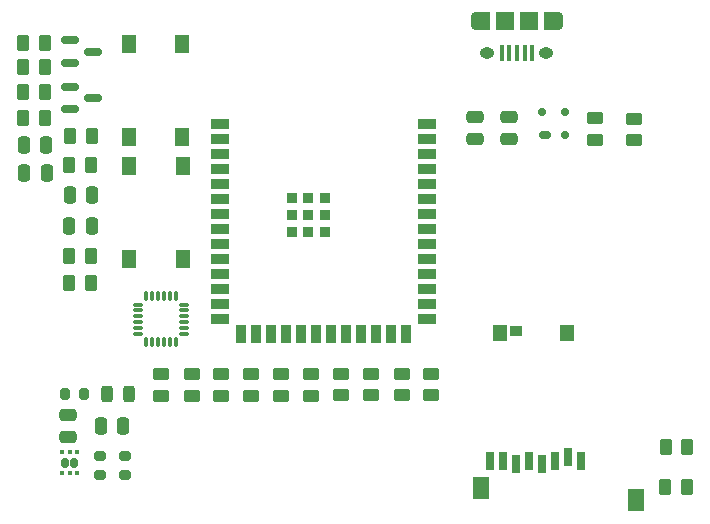
<source format=gtp>
G04 #@! TF.GenerationSoftware,KiCad,Pcbnew,8.0.0*
G04 #@! TF.CreationDate,2024-04-09T16:33:37-05:00*
G04 #@! TF.ProjectId,esp32_example,65737033-325f-4657-9861-6d706c652e6b,rev?*
G04 #@! TF.SameCoordinates,Original*
G04 #@! TF.FileFunction,Paste,Top*
G04 #@! TF.FilePolarity,Positive*
%FSLAX46Y46*%
G04 Gerber Fmt 4.6, Leading zero omitted, Abs format (unit mm)*
G04 Created by KiCad (PCBNEW 8.0.0) date 2024-04-09 16:33:37*
%MOMM*%
%LPD*%
G01*
G04 APERTURE LIST*
G04 Aperture macros list*
%AMRoundRect*
0 Rectangle with rounded corners*
0 $1 Rounding radius*
0 $2 $3 $4 $5 $6 $7 $8 $9 X,Y pos of 4 corners*
0 Add a 4 corners polygon primitive as box body*
4,1,4,$2,$3,$4,$5,$6,$7,$8,$9,$2,$3,0*
0 Add four circle primitives for the rounded corners*
1,1,$1+$1,$2,$3*
1,1,$1+$1,$4,$5*
1,1,$1+$1,$6,$7*
1,1,$1+$1,$8,$9*
0 Add four rect primitives between the rounded corners*
20,1,$1+$1,$2,$3,$4,$5,0*
20,1,$1+$1,$4,$5,$6,$7,0*
20,1,$1+$1,$6,$7,$8,$9,0*
20,1,$1+$1,$8,$9,$2,$3,0*%
G04 Aperture macros list end*
%ADD10RoundRect,0.250000X0.262500X0.450000X-0.262500X0.450000X-0.262500X-0.450000X0.262500X-0.450000X0*%
%ADD11R,1.300000X1.550000*%
%ADD12RoundRect,0.150000X-0.587500X-0.150000X0.587500X-0.150000X0.587500X0.150000X-0.587500X0.150000X0*%
%ADD13RoundRect,0.250000X0.450000X-0.262500X0.450000X0.262500X-0.450000X0.262500X-0.450000X-0.262500X0*%
%ADD14R,0.800000X1.500000*%
%ADD15R,1.000000X0.950000*%
%ADD16R,1.300000X1.400000*%
%ADD17R,1.400000X1.900000*%
%ADD18R,1.498600X0.889000*%
%ADD19R,0.889000X1.498600*%
%ADD20R,0.889000X0.889000*%
%ADD21RoundRect,0.175000X0.325000X-0.175000X0.325000X0.175000X-0.325000X0.175000X-0.325000X-0.175000X0*%
%ADD22RoundRect,0.150000X0.150000X-0.200000X0.150000X0.200000X-0.150000X0.200000X-0.150000X-0.200000X0*%
%ADD23RoundRect,0.250000X-0.262500X-0.450000X0.262500X-0.450000X0.262500X0.450000X-0.262500X0.450000X0*%
%ADD24RoundRect,0.250000X0.475000X-0.250000X0.475000X0.250000X-0.475000X0.250000X-0.475000X-0.250000X0*%
%ADD25RoundRect,0.200000X-0.200000X-0.275000X0.200000X-0.275000X0.200000X0.275000X-0.200000X0.275000X0*%
%ADD26RoundRect,0.250000X0.250000X0.475000X-0.250000X0.475000X-0.250000X-0.475000X0.250000X-0.475000X0*%
%ADD27RoundRect,0.243750X0.243750X0.456250X-0.243750X0.456250X-0.243750X-0.456250X0.243750X-0.456250X0*%
%ADD28RoundRect,0.160000X0.160000X-0.245000X0.160000X0.245000X-0.160000X0.245000X-0.160000X-0.245000X0*%
%ADD29RoundRect,0.093750X0.106250X-0.093750X0.106250X0.093750X-0.106250X0.093750X-0.106250X-0.093750X0*%
%ADD30RoundRect,0.250000X-0.450000X0.262500X-0.450000X-0.262500X0.450000X-0.262500X0.450000X0.262500X0*%
%ADD31RoundRect,0.200000X-0.275000X0.200000X-0.275000X-0.200000X0.275000X-0.200000X0.275000X0.200000X0*%
%ADD32RoundRect,0.075000X-0.350000X-0.075000X0.350000X-0.075000X0.350000X0.075000X-0.350000X0.075000X0*%
%ADD33RoundRect,0.075000X0.075000X-0.350000X0.075000X0.350000X-0.075000X0.350000X-0.075000X-0.350000X0*%
%ADD34RoundRect,0.200000X0.275000X-0.200000X0.275000X0.200000X-0.275000X0.200000X-0.275000X-0.200000X0*%
%ADD35RoundRect,0.250000X-0.250000X-0.475000X0.250000X-0.475000X0.250000X0.475000X-0.250000X0.475000X0*%
%ADD36O,0.890000X1.550000*%
%ADD37O,1.250000X0.950000*%
%ADD38R,0.400000X1.350000*%
%ADD39R,1.200000X1.550000*%
%ADD40R,1.500000X1.550000*%
G04 APERTURE END LIST*
D10*
G04 #@! TO.C,R12*
X174115100Y-59283600D03*
X172290100Y-59283600D03*
G04 #@! TD*
D11*
G04 #@! TO.C,SW2*
X181891600Y-51640400D03*
X181891600Y-59590400D03*
X177391600Y-51640400D03*
X177391600Y-59590400D03*
G04 #@! TD*
D12*
G04 #@! TO.C,Q2*
X172394400Y-44973200D03*
X172394400Y-46873200D03*
X174269400Y-45923200D03*
G04 #@! TD*
D13*
G04 #@! TO.C,R10*
X187706000Y-71118100D03*
X187706000Y-69293100D03*
G04 #@! TD*
D14*
G04 #@! TO.C,J6*
X215640000Y-76690000D03*
X214540000Y-76290000D03*
X213440000Y-76690000D03*
X212340000Y-76890000D03*
X211240000Y-76690000D03*
X210140000Y-76890000D03*
X209040000Y-76690000D03*
X207940000Y-76690000D03*
D15*
X210140000Y-65605000D03*
D16*
X208750000Y-65830000D03*
X214450000Y-65830000D03*
D17*
X220300000Y-79980000D03*
X207150000Y-78980000D03*
G04 #@! TD*
D18*
G04 #@! TO.C,U7*
X185052000Y-48105400D03*
X185052000Y-49375400D03*
X185052000Y-50645400D03*
X185052000Y-51915400D03*
X185052000Y-53185400D03*
X185052000Y-54455400D03*
X185052000Y-55725400D03*
X185052000Y-56995400D03*
X185052000Y-58265400D03*
X185052000Y-59535400D03*
X185052000Y-60805400D03*
X185052000Y-62075400D03*
X185052000Y-63345400D03*
X185052000Y-64615400D03*
D19*
X186817000Y-65865400D03*
X188087000Y-65865400D03*
X189357000Y-65865400D03*
X190627000Y-65865400D03*
X191897000Y-65865400D03*
X193167000Y-65865400D03*
X194437000Y-65865400D03*
X195707000Y-65865400D03*
X196977000Y-65865400D03*
X198247000Y-65865400D03*
X199517000Y-65865400D03*
X200787000Y-65865400D03*
D18*
X202552000Y-64615400D03*
X202552000Y-63345400D03*
X202552000Y-62075400D03*
X202552000Y-60805400D03*
X202552000Y-59535400D03*
X202552000Y-58265400D03*
X202552000Y-56995400D03*
X202552000Y-55725400D03*
X202552000Y-54455400D03*
X202552000Y-53185400D03*
X202552000Y-51915400D03*
X202552000Y-50645400D03*
X202552000Y-49375400D03*
X202552000Y-48105400D03*
D20*
X192552000Y-55825400D03*
X192552000Y-54425400D03*
X191152000Y-54425400D03*
X191152000Y-55825400D03*
X191152000Y-57225400D03*
X192552000Y-57225400D03*
X193952000Y-57225400D03*
X193952000Y-55825400D03*
X193952000Y-54425400D03*
G04 #@! TD*
D21*
G04 #@! TO.C,D1*
X212551500Y-49084600D03*
D22*
X214251500Y-49084600D03*
X214251500Y-47084600D03*
X212351500Y-47084600D03*
G04 #@! TD*
D23*
G04 #@! TO.C,R13*
X168378500Y-43332400D03*
X170203500Y-43332400D03*
G04 #@! TD*
D24*
G04 #@! TO.C,C23*
X206660800Y-49415600D03*
X206660800Y-47515600D03*
G04 #@! TD*
G04 #@! TO.C,C24*
X209505600Y-49390200D03*
X209505600Y-47490200D03*
G04 #@! TD*
D13*
G04 #@! TO.C,R5*
X192786000Y-71118100D03*
X192786000Y-69293100D03*
G04 #@! TD*
D10*
G04 #@! TO.C,R17*
X174140500Y-61620400D03*
X172315500Y-61620400D03*
G04 #@! TD*
D25*
G04 #@! TO.C,R22*
X171920400Y-70942200D03*
X173570400Y-70942200D03*
G04 #@! TD*
D23*
G04 #@! TO.C,R25*
X172315500Y-51562000D03*
X174140500Y-51562000D03*
G04 #@! TD*
D26*
G04 #@! TO.C,C2*
X170342600Y-49911000D03*
X168442600Y-49911000D03*
G04 #@! TD*
D13*
G04 #@! TO.C,R1*
X202946000Y-71092700D03*
X202946000Y-69267700D03*
G04 #@! TD*
D23*
G04 #@! TO.C,R14*
X168378500Y-41224200D03*
X170203500Y-41224200D03*
G04 #@! TD*
D13*
G04 #@! TO.C,R15*
X182651400Y-71118100D03*
X182651400Y-69293100D03*
G04 #@! TD*
D26*
G04 #@! TO.C,C1*
X170393400Y-52247800D03*
X168493400Y-52247800D03*
G04 #@! TD*
D13*
G04 #@! TO.C,R2*
X200431400Y-71092700D03*
X200431400Y-69267700D03*
G04 #@! TD*
D27*
G04 #@! TO.C,D3*
X177391300Y-70967600D03*
X175516300Y-70967600D03*
G04 #@! TD*
D23*
G04 #@! TO.C,R24*
X172366300Y-49174400D03*
X174191300Y-49174400D03*
G04 #@! TD*
D10*
G04 #@! TO.C,R18*
X170203500Y-45440600D03*
X168378500Y-45440600D03*
G04 #@! TD*
D24*
G04 #@! TO.C,C3*
X172212000Y-74635400D03*
X172212000Y-72735400D03*
G04 #@! TD*
D13*
G04 #@! TO.C,R3*
X197840600Y-71092700D03*
X197840600Y-69267700D03*
G04 #@! TD*
D10*
G04 #@! TO.C,R9*
X224595000Y-78850000D03*
X222770000Y-78850000D03*
G04 #@! TD*
D28*
G04 #@! TO.C,U3*
X171924000Y-76808100D03*
X172724000Y-76808100D03*
D29*
X171674000Y-77695600D03*
X172324000Y-77695600D03*
X172974000Y-77695600D03*
X172974000Y-75920600D03*
X172324000Y-75920600D03*
X171674000Y-75920600D03*
G04 #@! TD*
D13*
G04 #@! TO.C,R4*
X195326000Y-71092700D03*
X195326000Y-69267700D03*
G04 #@! TD*
D30*
G04 #@! TO.C,R8*
X220080000Y-47677500D03*
X220080000Y-49502500D03*
G04 #@! TD*
G04 #@! TO.C,R6*
X216780000Y-47617500D03*
X216780000Y-49442500D03*
G04 #@! TD*
D31*
G04 #@! TO.C,R21*
X174879000Y-76187800D03*
X174879000Y-77837800D03*
G04 #@! TD*
D13*
G04 #@! TO.C,R11*
X185166000Y-71118100D03*
X185166000Y-69293100D03*
G04 #@! TD*
D23*
G04 #@! TO.C,R19*
X168378500Y-47625000D03*
X170203500Y-47625000D03*
G04 #@! TD*
D10*
G04 #@! TO.C,R23*
X224635000Y-75470000D03*
X222810000Y-75470000D03*
G04 #@! TD*
D13*
G04 #@! TO.C,R16*
X180086000Y-71118100D03*
X180086000Y-69293100D03*
G04 #@! TD*
D32*
G04 #@! TO.C,U1*
X178116400Y-63405000D03*
X178116400Y-63905000D03*
X178116400Y-64405000D03*
X178116400Y-64905000D03*
X178116400Y-65405000D03*
X178116400Y-65905000D03*
D33*
X178816400Y-66605000D03*
X179316400Y-66605000D03*
X179816400Y-66605000D03*
X180316400Y-66605000D03*
X180816400Y-66605000D03*
X181316400Y-66605000D03*
D32*
X182016400Y-65905000D03*
X182016400Y-65405000D03*
X182016400Y-64905000D03*
X182016400Y-64405000D03*
X182016400Y-63905000D03*
X182016400Y-63405000D03*
D33*
X181316400Y-62705000D03*
X180816400Y-62705000D03*
X180316400Y-62705000D03*
X179816400Y-62705000D03*
X179316400Y-62705000D03*
X178816400Y-62705000D03*
G04 #@! TD*
D11*
G04 #@! TO.C,SW1*
X181828000Y-41313200D03*
X181828000Y-49263200D03*
X177328000Y-41313200D03*
X177328000Y-49263200D03*
G04 #@! TD*
D12*
G04 #@! TO.C,Q3*
X172392100Y-41036200D03*
X172392100Y-42936200D03*
X174267100Y-41986200D03*
G04 #@! TD*
D34*
G04 #@! TO.C,R20*
X177012600Y-77837800D03*
X177012600Y-76187800D03*
G04 #@! TD*
D13*
G04 #@! TO.C,R7*
X190246000Y-71118100D03*
X190246000Y-69293100D03*
G04 #@! TD*
D35*
G04 #@! TO.C,C4*
X174960200Y-73710800D03*
X176860200Y-73710800D03*
G04 #@! TD*
D36*
G04 #@! TO.C,J2*
X213700000Y-39440000D03*
D37*
X212700000Y-42140000D03*
X207700000Y-42140000D03*
D36*
X206700000Y-39440000D03*
D38*
X211500000Y-42140000D03*
X210850000Y-42140000D03*
X210200000Y-42140000D03*
X209550000Y-42140000D03*
X208900000Y-42140000D03*
D39*
X213100000Y-39440000D03*
D40*
X211200000Y-39440000D03*
X209200000Y-39440000D03*
D39*
X207300000Y-39440000D03*
G04 #@! TD*
D26*
G04 #@! TO.C,C19*
X174203400Y-56743600D03*
X172303400Y-56743600D03*
G04 #@! TD*
D35*
G04 #@! TO.C,C18*
X172328800Y-54152800D03*
X174228800Y-54152800D03*
G04 #@! TD*
M02*

</source>
